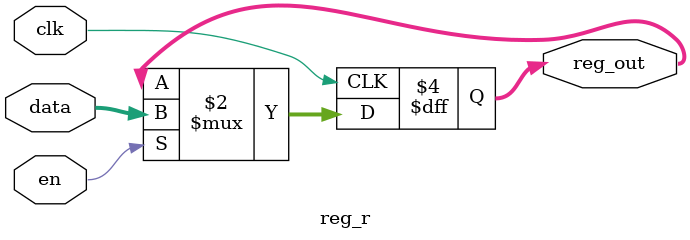
<source format=v>
module reg_r (data, clk, en, reg_out); 	//объявление модуля и его входов/выходов
	parameter N = 4;								//параметр для изменения размера шины данных
														//описание входов и выходов модуля
	input wire [(N-1):0] data;					//шина входящих данных (N бит)
   input clk;										//тактовый сигнал
	input en;										//разрешение записи
	output reg [(N-1):0] reg_out;   			//выход модуля, регистр на N бит
	
	always @ (posedge clk)						//блок описания поведения, чувствительный к изменению сигнала clk по положительому фронту (posedge)
	begin												
		if (en) begin								//если на разрешающем входе "1"
			reg_out <= data;						//регистру ra_out присваивается значение входа data
		end							
	end
	
endmodule 




</source>
